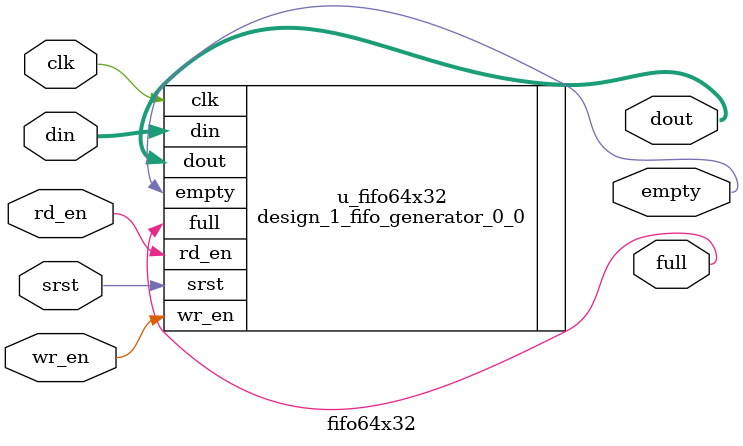
<source format=v>
module fifo64x32 (
    input       wire                clk,
    input       wire                srst,
    input       wire                wr_en,
    input       wire                rd_en,
    input       wire    [31:0]      din,
    output      wire    [31:0]      dout,
    output      wire                full,
    output      wire                empty
);
//************************************************************************//
    design_1_fifo_generator_0_0 u_fifo64x32(
        .clk        (clk),
        .srst       (srst),
        .din        (din),
        .wr_en      (wr_en),
        .rd_en      (rd_en),
        .dout       (dout),
        .full       (full),
        .empty      (empty)
    );
endmodule //fifo64x32
</source>
